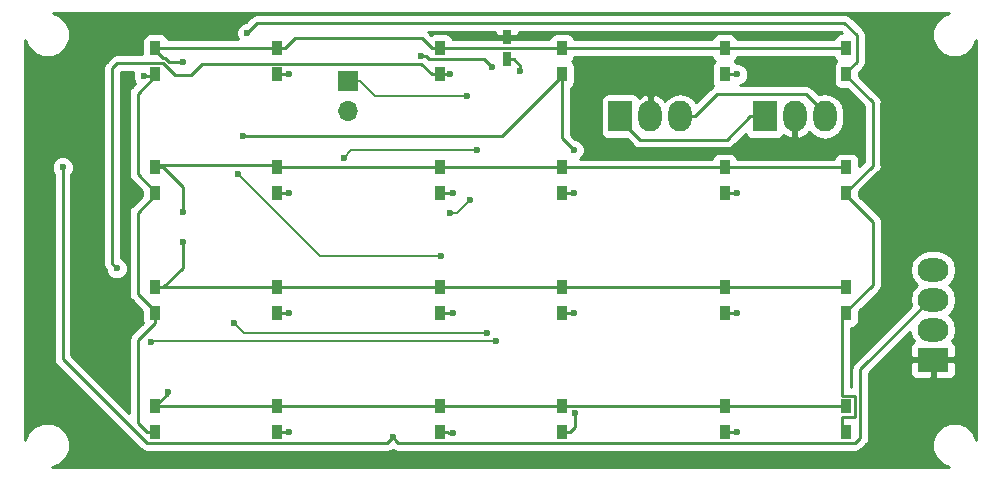
<source format=gbr>
G04 #@! TF.GenerationSoftware,KiCad,Pcbnew,(5.0.2)-1*
G04 #@! TF.CreationDate,2019-01-08T12:37:08+09:00*
G04 #@! TF.ProjectId,Caution Light Panel,43617574-696f-46e2-904c-696768742050,rev?*
G04 #@! TF.SameCoordinates,Original*
G04 #@! TF.FileFunction,Copper,L1,Top*
G04 #@! TF.FilePolarity,Positive*
%FSLAX46Y46*%
G04 Gerber Fmt 4.6, Leading zero omitted, Abs format (unit mm)*
G04 Created by KiCad (PCBNEW (5.0.2)-1) date 1/8/2019 12:37:08 PM*
%MOMM*%
%LPD*%
G01*
G04 APERTURE LIST*
G04 #@! TA.AperFunction,SMDPad,CuDef*
%ADD10R,0.750000X1.200000*%
G04 #@! TD*
G04 #@! TA.AperFunction,SMDPad,CuDef*
%ADD11R,0.900000X1.200000*%
G04 #@! TD*
G04 #@! TA.AperFunction,ComponentPad*
%ADD12R,2.600000X2.000000*%
G04 #@! TD*
G04 #@! TA.AperFunction,ComponentPad*
%ADD13O,2.600000X2.000000*%
G04 #@! TD*
G04 #@! TA.AperFunction,ComponentPad*
%ADD14R,2.000000X2.600000*%
G04 #@! TD*
G04 #@! TA.AperFunction,ComponentPad*
%ADD15O,2.000000X2.600000*%
G04 #@! TD*
G04 #@! TA.AperFunction,ComponentPad*
%ADD16R,1.700000X1.700000*%
G04 #@! TD*
G04 #@! TA.AperFunction,ComponentPad*
%ADD17O,1.700000X1.700000*%
G04 #@! TD*
G04 #@! TA.AperFunction,ViaPad*
%ADD18C,0.600000*%
G04 #@! TD*
G04 #@! TA.AperFunction,Conductor*
%ADD19C,0.228600*%
G04 #@! TD*
G04 #@! TA.AperFunction,Conductor*
%ADD20C,0.152400*%
G04 #@! TD*
G04 #@! TA.AperFunction,Conductor*
%ADD21C,0.762000*%
G04 #@! TD*
G04 #@! TA.AperFunction,Conductor*
%ADD22C,0.254000*%
G04 #@! TD*
G04 APERTURE END LIST*
D10*
G04 #@! TO.P,C1,1*
G04 #@! TO.N,+5V*
X148080000Y-74690000D03*
G04 #@! TO.P,C1,2*
G04 #@! TO.N,GND*
X148080000Y-72790000D03*
G04 #@! TD*
D11*
G04 #@! TO.P,D1,1*
G04 #@! TO.N,/Dig0*
X118334600Y-73730400D03*
G04 #@! TO.P,D1,2*
G04 #@! TO.N,/SegDP*
X118334600Y-75930400D03*
G04 #@! TD*
G04 #@! TO.P,D2,1*
G04 #@! TO.N,/Dig1*
X118334600Y-83830400D03*
G04 #@! TO.P,D2,2*
G04 #@! TO.N,/SegDP*
X118334600Y-86030400D03*
G04 #@! TD*
G04 #@! TO.P,D3,1*
G04 #@! TO.N,/Dig2*
X118334600Y-93940400D03*
G04 #@! TO.P,D3,2*
G04 #@! TO.N,/SegDP*
X118334600Y-96140400D03*
G04 #@! TD*
G04 #@! TO.P,D4,1*
G04 #@! TO.N,/Dig3*
X118334600Y-104050400D03*
G04 #@! TO.P,D4,2*
G04 #@! TO.N,/SegDP*
X118334600Y-106250400D03*
G04 #@! TD*
G04 #@! TO.P,D7,1*
G04 #@! TO.N,/Dig0*
X128644600Y-73730400D03*
G04 #@! TO.P,D7,2*
G04 #@! TO.N,/SegA*
X128644600Y-75930400D03*
G04 #@! TD*
G04 #@! TO.P,D8,1*
G04 #@! TO.N,/Dig1*
X128644600Y-83830400D03*
G04 #@! TO.P,D8,2*
G04 #@! TO.N,/SegA*
X128644600Y-86030400D03*
G04 #@! TD*
G04 #@! TO.P,D9,1*
G04 #@! TO.N,/Dig2*
X128644600Y-93940400D03*
G04 #@! TO.P,D9,2*
G04 #@! TO.N,/SegA*
X128644600Y-96140400D03*
G04 #@! TD*
G04 #@! TO.P,D10,1*
G04 #@! TO.N,/Dig3*
X128644600Y-104050400D03*
G04 #@! TO.P,D10,2*
G04 #@! TO.N,/SegA*
X128644600Y-106250400D03*
G04 #@! TD*
G04 #@! TO.P,D13,1*
G04 #@! TO.N,/Dig0*
X142444600Y-73730400D03*
G04 #@! TO.P,D13,2*
G04 #@! TO.N,/SegB*
X142444600Y-75930400D03*
G04 #@! TD*
G04 #@! TO.P,D14,1*
G04 #@! TO.N,/Dig1*
X142444600Y-83830400D03*
G04 #@! TO.P,D14,2*
G04 #@! TO.N,/SegB*
X142444600Y-86030400D03*
G04 #@! TD*
G04 #@! TO.P,D15,1*
G04 #@! TO.N,/Dig2*
X142444600Y-93940400D03*
G04 #@! TO.P,D15,2*
G04 #@! TO.N,/SegB*
X142444600Y-96140400D03*
G04 #@! TD*
G04 #@! TO.P,D16,1*
G04 #@! TO.N,/Dig3*
X142444600Y-104050400D03*
G04 #@! TO.P,D16,2*
G04 #@! TO.N,/SegB*
X142444600Y-106250400D03*
G04 #@! TD*
G04 #@! TO.P,D18,1*
G04 #@! TO.N,/Dig0*
X152754600Y-73730400D03*
G04 #@! TO.P,D18,2*
G04 #@! TO.N,/SegC*
X152754600Y-75930400D03*
G04 #@! TD*
G04 #@! TO.P,D19,1*
G04 #@! TO.N,/Dig1*
X152754600Y-83830400D03*
G04 #@! TO.P,D19,2*
G04 #@! TO.N,/SegC*
X152754600Y-86030400D03*
G04 #@! TD*
G04 #@! TO.P,D20,1*
G04 #@! TO.N,/Dig2*
X152754600Y-93940400D03*
G04 #@! TO.P,D20,2*
G04 #@! TO.N,/SegC*
X152754600Y-96140400D03*
G04 #@! TD*
G04 #@! TO.P,D21,1*
G04 #@! TO.N,/Dig3*
X152754600Y-104050400D03*
G04 #@! TO.P,D21,2*
G04 #@! TO.N,/SegC*
X152754600Y-106250400D03*
G04 #@! TD*
G04 #@! TO.P,D22,1*
G04 #@! TO.N,/Dig0*
X166544600Y-73730400D03*
G04 #@! TO.P,D22,2*
G04 #@! TO.N,/SegD*
X166544600Y-75930400D03*
G04 #@! TD*
G04 #@! TO.P,D23,1*
G04 #@! TO.N,/Dig1*
X166544600Y-83830400D03*
G04 #@! TO.P,D23,2*
G04 #@! TO.N,/SegD*
X166544600Y-86030400D03*
G04 #@! TD*
G04 #@! TO.P,D24,1*
G04 #@! TO.N,/Dig2*
X166544600Y-93940400D03*
G04 #@! TO.P,D24,2*
G04 #@! TO.N,/SegD*
X166544600Y-96140400D03*
G04 #@! TD*
G04 #@! TO.P,D25,1*
G04 #@! TO.N,/Dig3*
X166544600Y-104050400D03*
G04 #@! TO.P,D25,2*
G04 #@! TO.N,/SegD*
X166544600Y-106250400D03*
G04 #@! TD*
G04 #@! TO.P,D26,1*
G04 #@! TO.N,/Dig0*
X176854600Y-73730400D03*
G04 #@! TO.P,D26,2*
G04 #@! TO.N,/SegE*
X176854600Y-75930400D03*
G04 #@! TD*
G04 #@! TO.P,D27,1*
G04 #@! TO.N,/Dig1*
X176854600Y-83830400D03*
G04 #@! TO.P,D27,2*
G04 #@! TO.N,/SegE*
X176854600Y-86030400D03*
G04 #@! TD*
G04 #@! TO.P,D28,1*
G04 #@! TO.N,/Dig2*
X176854600Y-93940400D03*
G04 #@! TO.P,D28,2*
G04 #@! TO.N,/SegE*
X176854600Y-96140400D03*
G04 #@! TD*
G04 #@! TO.P,D29,1*
G04 #@! TO.N,/Dig3*
X176854600Y-104050400D03*
G04 #@! TO.P,D29,2*
G04 #@! TO.N,/SegE*
X176854600Y-106250400D03*
G04 #@! TD*
D12*
G04 #@! TO.P,J1,1*
G04 #@! TO.N,GND*
X184188100Y-100114100D03*
D13*
G04 #@! TO.P,J1,2*
G04 #@! TO.N,+3V3*
X184188100Y-97574100D03*
G04 #@! TO.P,J1,3*
G04 #@! TO.N,+5V*
X184188100Y-95034100D03*
G04 #@! TO.P,J1,4*
G04 #@! TO.N,+12V*
X184188100Y-92494100D03*
G04 #@! TD*
D14*
G04 #@! TO.P,J2,1*
G04 #@! TO.N,Net-(J2-Pad1)*
X157708600Y-79514700D03*
D15*
G04 #@! TO.P,J2,2*
G04 #@! TO.N,GND*
X160248600Y-79514700D03*
G04 #@! TO.P,J2,3*
G04 #@! TO.N,Net-(J2-Pad3)*
X162788600Y-79514700D03*
G04 #@! TD*
D14*
G04 #@! TO.P,J3,1*
G04 #@! TO.N,Net-(J2-Pad1)*
X169926000Y-79509620D03*
D15*
G04 #@! TO.P,J3,2*
G04 #@! TO.N,GND*
X172466000Y-79509620D03*
G04 #@! TO.P,J3,3*
G04 #@! TO.N,Net-(J2-Pad3)*
X175006000Y-79509620D03*
G04 #@! TD*
D16*
G04 #@! TO.P,J4,1*
G04 #@! TO.N,/RX_ENABLE*
X134645400Y-76471780D03*
D17*
G04 #@! TO.P,J4,2*
G04 #@! TO.N,/0(Rx)*
X134645400Y-79011780D03*
G04 #@! TD*
D18*
G04 #@! TO.N,+5V*
X149240000Y-75650000D03*
X138430000Y-106680000D03*
X140815181Y-74420789D03*
X146870000Y-75360000D03*
X110490000Y-83820000D03*
G04 #@! TO.N,GND*
X149210000Y-72790000D03*
G04 #@! TO.N,/Dig0*
X120650000Y-74930000D03*
G04 #@! TO.N,/SegDP*
X117348000Y-76073000D03*
G04 #@! TO.N,/Dig1*
X120650000Y-87630000D03*
G04 #@! TO.N,/Dig2*
X120650000Y-90170000D03*
G04 #@! TO.N,/Dig3*
X119380000Y-102870000D03*
G04 #@! TO.N,/SegA*
X129641600Y-106248200D03*
X129641600Y-96139000D03*
X129641600Y-86029800D03*
X129651400Y-75930400D03*
G04 #@! TO.N,/SegB*
X115060000Y-92380000D03*
X143305990Y-75930400D03*
X143510000Y-106273600D03*
X143510000Y-96139000D03*
X143509400Y-86030400D03*
G04 #@! TO.N,/SegC*
X153911300Y-104645460D03*
X125790960Y-81135220D03*
X153744421Y-82346614D03*
X153760040Y-96140400D03*
X153753820Y-86029800D03*
G04 #@! TO.N,/SegD*
X167604440Y-75953620D03*
X167619680Y-86006940D03*
X167622220Y-96133920D03*
X167622220Y-106243120D03*
G04 #@! TO.N,/SegE*
X126111000Y-72450960D03*
G04 #@! TO.N,/3(\002A\002A)*
X125350000Y-84410000D03*
X142560000Y-91340000D03*
G04 #@! TO.N,/6(\002A\002A)*
X125040000Y-97000000D03*
X146460000Y-97830000D03*
G04 #@! TO.N,/5(\002A\002A)*
X117950000Y-98610000D03*
X147190000Y-98550000D03*
G04 #@! TO.N,/RX_ENABLE*
X144749549Y-77754887D03*
G04 #@! TO.N,/1(Tx)*
X134270000Y-83050000D03*
X145550000Y-82380000D03*
G04 #@! TO.N,/2*
X143280000Y-87670000D03*
X144970000Y-86570000D03*
G04 #@! TD*
D19*
G04 #@! TO.N,+5V*
X149240000Y-75246400D02*
X149240000Y-75650000D01*
X148080000Y-74690000D02*
X148683600Y-74690000D01*
X148683600Y-74690000D02*
X149240000Y-75246400D01*
X110490000Y-100027302D02*
X117630599Y-107167901D01*
X110490000Y-83820000D02*
X110490000Y-100027302D01*
X117630599Y-107167901D02*
X137942099Y-107167901D01*
X138729999Y-106979999D02*
X138430000Y-106680000D01*
X137942099Y-107167901D02*
X138430000Y-106680000D01*
X138917901Y-107167901D02*
X138729999Y-106979999D01*
X177558601Y-107167901D02*
X138917901Y-107167901D01*
X178028511Y-106697991D02*
X177558601Y-107167901D01*
X178028511Y-100893689D02*
X178028511Y-106697991D01*
X183888100Y-95034100D02*
X178028511Y-100893689D01*
X184188100Y-95034100D02*
X183888100Y-95034100D01*
X141239445Y-74420789D02*
X140815181Y-74420789D01*
X141471146Y-74652490D02*
X141239445Y-74420789D01*
X146870000Y-75360000D02*
X146162490Y-74652490D01*
X146162490Y-74652490D02*
X141471146Y-74652490D01*
G04 #@! TO.N,GND*
X149210000Y-72790000D02*
X148080000Y-72790000D01*
G04 #@! TO.N,/Dig0*
X118334600Y-73880400D02*
X118334600Y-73730400D01*
X119013200Y-74559000D02*
X118334600Y-73880400D01*
X119163200Y-74559000D02*
X119013200Y-74559000D01*
X119534200Y-74930000D02*
X119163200Y-74559000D01*
X120650000Y-74930000D02*
X119534200Y-74930000D01*
X140937400Y-72901800D02*
X141766000Y-73730400D01*
X130151800Y-72901800D02*
X140937400Y-72901800D01*
X141766000Y-73730400D02*
X142444600Y-73730400D01*
X129323200Y-73730400D02*
X130151800Y-72901800D01*
X128644600Y-73730400D02*
X129323200Y-73730400D01*
X166544600Y-73730400D02*
X176854600Y-73730400D01*
X152754600Y-73730400D02*
X166544600Y-73730400D01*
X142444600Y-73730400D02*
X152754600Y-73730400D01*
X118334600Y-73730400D02*
X128644600Y-73730400D01*
G04 #@! TO.N,/SegDP*
X117348000Y-76073000D02*
X118192000Y-76073000D01*
X118192000Y-76073000D02*
X118334600Y-75930400D01*
X118334600Y-75930400D02*
X118334600Y-76080400D01*
X118334600Y-76080400D02*
X116843234Y-77571766D01*
X116843234Y-77571766D02*
X116843234Y-84389034D01*
X116843234Y-84389034D02*
X118334600Y-85880400D01*
X118334600Y-85880400D02*
X118334600Y-86030400D01*
X118334600Y-86030400D02*
X118334600Y-86180400D01*
X116852671Y-94508471D02*
X118334600Y-95990400D01*
X118334600Y-86180400D02*
X116852671Y-87662329D01*
X116852671Y-87662329D02*
X116852671Y-94508471D01*
X118334600Y-95990400D02*
X118334600Y-96140400D01*
X118334600Y-96140400D02*
X118334600Y-96969000D01*
X118334600Y-96969000D02*
X116859021Y-98444579D01*
X116859021Y-98444579D02*
X116859021Y-105453421D01*
X116859021Y-105453421D02*
X117656000Y-106250400D01*
X117656000Y-106250400D02*
X118334600Y-106250400D01*
G04 #@! TO.N,/Dig1*
X120650000Y-87630000D02*
X120650000Y-85467200D01*
X120650000Y-85467200D02*
X119013200Y-83830400D01*
X119013200Y-83830400D02*
X118334600Y-83830400D01*
X118334600Y-83830400D02*
X118501106Y-83663894D01*
X118501106Y-83663894D02*
X128478094Y-83663894D01*
X128478094Y-83663894D02*
X128644600Y-83830400D01*
X166544600Y-83830400D02*
X176854600Y-83830400D01*
X152754600Y-83830400D02*
X166544600Y-83830400D01*
X142444600Y-83830400D02*
X152754600Y-83830400D01*
X142229600Y-83830400D02*
X142444600Y-83830400D01*
X128644600Y-83830400D02*
X142229600Y-83830400D01*
G04 #@! TO.N,/Dig2*
X120650000Y-90170000D02*
X120650000Y-92303600D01*
X120650000Y-92303600D02*
X119013200Y-93940400D01*
X119013200Y-93940400D02*
X118334600Y-93940400D01*
X128644600Y-93940400D02*
X118334600Y-93940400D01*
X142444600Y-93940400D02*
X128644600Y-93940400D01*
X152754600Y-93940400D02*
X142444600Y-93940400D01*
X166544600Y-93940400D02*
X152754600Y-93940400D01*
X176854600Y-93940400D02*
X166544600Y-93940400D01*
G04 #@! TO.N,/Dig3*
X128644600Y-104050400D02*
X141766000Y-104050400D01*
X141766000Y-104050400D02*
X142444600Y-104050400D01*
X119380000Y-102870000D02*
X119380000Y-103005000D01*
X119380000Y-103005000D02*
X118334600Y-104050400D01*
X166544600Y-104050400D02*
X176854600Y-104050400D01*
X152754600Y-104050400D02*
X166544600Y-104050400D01*
X142444600Y-104050400D02*
X152754600Y-104050400D01*
X118334600Y-104050400D02*
X128644600Y-104050400D01*
G04 #@! TO.N,/SegA*
X128644600Y-106250400D02*
X129639400Y-106250400D01*
X129639400Y-106250400D02*
X129641600Y-106248200D01*
X128644600Y-96140400D02*
X129640200Y-96140400D01*
X129640200Y-96140400D02*
X129641600Y-96139000D01*
X129323200Y-86030400D02*
X129641000Y-86030400D01*
X129641000Y-86030400D02*
X129641600Y-86029800D01*
X128644600Y-86030400D02*
X129323200Y-86030400D01*
X129323200Y-86030400D02*
X129323800Y-86029800D01*
X128644600Y-75930400D02*
X129651400Y-75930400D01*
G04 #@! TO.N,/SegB*
X115060000Y-92380000D02*
X114688671Y-92008671D01*
X114688671Y-92008671D02*
X114688671Y-75447927D01*
X122311701Y-75038299D02*
X140873899Y-75038299D01*
X114688671Y-75447927D02*
X115119910Y-75016688D01*
X115119910Y-75016688D02*
X118996670Y-75016688D01*
X121330000Y-76020000D02*
X122311701Y-75038299D01*
X118996670Y-75016688D02*
X119999982Y-76020000D01*
X141766000Y-75930400D02*
X142444600Y-75930400D01*
X119999982Y-76020000D02*
X121330000Y-76020000D01*
X140873899Y-75038299D02*
X141766000Y-75930400D01*
X142444600Y-75930400D02*
X143305990Y-75930400D01*
X143146400Y-106273600D02*
X143510000Y-106273600D01*
X142444600Y-106250400D02*
X143123200Y-106250400D01*
X143123200Y-106250400D02*
X143146400Y-106273600D01*
X143123200Y-96140400D02*
X143508600Y-96140400D01*
X143508600Y-96140400D02*
X143510000Y-96139000D01*
X142444600Y-96140400D02*
X143123200Y-96140400D01*
X142444600Y-86030400D02*
X143509400Y-86030400D01*
G04 #@! TO.N,/SegC*
X153911300Y-105772300D02*
X153911300Y-104645460D01*
X152754600Y-106250400D02*
X153433200Y-106250400D01*
X153433200Y-106250400D02*
X153911300Y-105772300D01*
X125790960Y-81135220D02*
X147699780Y-81135220D01*
X147699780Y-81135220D02*
X152754600Y-76080400D01*
X152754600Y-76080400D02*
X152754600Y-75930400D01*
X152754600Y-81356793D02*
X153444422Y-82046615D01*
X153444422Y-82046615D02*
X153744421Y-82346614D01*
X152754600Y-75930400D02*
X152754600Y-81356793D01*
X152754600Y-96140400D02*
X153760040Y-96140400D01*
X152754600Y-86030400D02*
X153753220Y-86030400D01*
X153753220Y-86030400D02*
X153753820Y-86029800D01*
G04 #@! TO.N,/SegD*
X166544600Y-75930400D02*
X167581220Y-75930400D01*
X167581220Y-75930400D02*
X167604440Y-75953620D01*
X166544600Y-86030400D02*
X167596220Y-86030400D01*
X167596220Y-86030400D02*
X167619680Y-86006940D01*
X166544600Y-96140400D02*
X167615740Y-96140400D01*
X167615740Y-96140400D02*
X167622220Y-96133920D01*
X166544600Y-106250400D02*
X167614940Y-106250400D01*
X167614940Y-106250400D02*
X167622220Y-106243120D01*
G04 #@! TO.N,/SegE*
X177596701Y-103216719D02*
X177538281Y-103158299D01*
X177538281Y-103158299D02*
X176488189Y-103158299D01*
X177596701Y-104884081D02*
X177596701Y-103216719D01*
X176488189Y-104942501D02*
X177538281Y-104942501D01*
X176488189Y-96506811D02*
X176854600Y-96140400D01*
X177538281Y-104942501D02*
X177596701Y-104884081D01*
X176488189Y-105883989D02*
X176488189Y-104942501D01*
X176488189Y-103158299D02*
X176488189Y-96506811D01*
X176854600Y-106250400D02*
X176488189Y-105883989D01*
X126111000Y-72450960D02*
X126964291Y-71597669D01*
X126964291Y-71597669D02*
X176687184Y-71597669D01*
X176687184Y-71597669D02*
X177737947Y-72648432D01*
X177737947Y-72648432D02*
X177737947Y-74897053D01*
X177737947Y-74897053D02*
X176854600Y-75780400D01*
X176854600Y-75780400D02*
X176854600Y-75930400D01*
X176854600Y-86030400D02*
X176854600Y-85880400D01*
X176854600Y-85880400D02*
X179065594Y-83669406D01*
X179065594Y-83669406D02*
X179065594Y-78291394D01*
X179065594Y-78291394D02*
X176854600Y-76080400D01*
X176854600Y-76080400D02*
X176854600Y-75930400D01*
X176854600Y-96140400D02*
X176854600Y-95990400D01*
X176854600Y-95990400D02*
X179091948Y-93753052D01*
X179091948Y-93753052D02*
X179091948Y-88417748D01*
X179091948Y-88417748D02*
X176854600Y-86180400D01*
X176854600Y-86180400D02*
X176854600Y-86030400D01*
D20*
G04 #@! TO.N,/3(\002A\002A)*
X125350000Y-84410000D02*
X132280000Y-91340000D01*
X132280000Y-91340000D02*
X142560000Y-91340000D01*
G04 #@! TO.N,/6(\002A\002A)*
X125870000Y-97830000D02*
X125040000Y-97000000D01*
X146460000Y-97830000D02*
X125870000Y-97830000D01*
G04 #@! TO.N,/5(\002A\002A)*
X118010000Y-98550000D02*
X117950000Y-98610000D01*
X147190000Y-98550000D02*
X118010000Y-98550000D01*
D21*
G04 #@! TO.N,+12V*
X184188100Y-92494100D02*
X183888100Y-92494100D01*
D19*
G04 #@! TO.N,Net-(J2-Pad1)*
X157708600Y-79514700D02*
X157708600Y-79814700D01*
X157708600Y-79814700D02*
X159362873Y-81468973D01*
X166738047Y-81468973D02*
X168697400Y-79509620D01*
X159362873Y-81468973D02*
X166738047Y-81468973D01*
X168697400Y-79509620D02*
X169926000Y-79509620D01*
G04 #@! TO.N,Net-(J2-Pad3)*
X162788600Y-79514700D02*
X164017200Y-79514700D01*
X164017200Y-79514700D02*
X165924833Y-77607067D01*
X165924833Y-77607067D02*
X173403447Y-77607067D01*
X173403447Y-77607067D02*
X175006000Y-79209620D01*
X175006000Y-79209620D02*
X175006000Y-79509620D01*
D20*
G04 #@! TO.N,/RX_ENABLE*
X144325285Y-77754887D02*
X144749549Y-77754887D01*
X136930907Y-77754887D02*
X144325285Y-77754887D01*
X135647800Y-76471780D02*
X136930907Y-77754887D01*
X134645400Y-76471780D02*
X135647800Y-76471780D01*
G04 #@! TO.N,/1(Tx)*
X134940000Y-82380000D02*
X134270000Y-83050000D01*
X145550000Y-82380000D02*
X134940000Y-82380000D01*
G04 #@! TO.N,/2*
X144970000Y-86570000D02*
X143870000Y-87670000D01*
X143870000Y-87670000D02*
X143280000Y-87670000D01*
G04 #@! TD*
D22*
G04 #@! TO.N,GND*
G36*
X184926833Y-71002374D02*
X184396574Y-71532633D01*
X184109600Y-72225450D01*
X184109600Y-72975350D01*
X184396574Y-73668167D01*
X184926833Y-74198426D01*
X185619650Y-74485400D01*
X186369550Y-74485400D01*
X187062367Y-74198426D01*
X187592626Y-73668167D01*
X187839601Y-73071916D01*
X187839600Y-106868882D01*
X187592626Y-106272633D01*
X187062367Y-105742374D01*
X186369550Y-105455400D01*
X185619650Y-105455400D01*
X184926833Y-105742374D01*
X184396574Y-106272633D01*
X184109600Y-106965450D01*
X184109600Y-107715350D01*
X184396574Y-108408167D01*
X184926833Y-108938426D01*
X185557363Y-109199600D01*
X109631837Y-109199600D01*
X110262367Y-108938426D01*
X110792626Y-108408167D01*
X111079600Y-107715350D01*
X111079600Y-106965450D01*
X110792626Y-106272633D01*
X110262367Y-105742374D01*
X109569550Y-105455400D01*
X108819650Y-105455400D01*
X108126833Y-105742374D01*
X107596574Y-106272633D01*
X107333600Y-106907509D01*
X107333600Y-83634017D01*
X109555000Y-83634017D01*
X109555000Y-84005983D01*
X109697345Y-84349635D01*
X109740700Y-84392990D01*
X109740701Y-99953501D01*
X109726021Y-100027302D01*
X109784176Y-100319664D01*
X109949786Y-100567517D01*
X110012350Y-100609321D01*
X117048580Y-107645552D01*
X117090384Y-107708116D01*
X117338237Y-107873726D01*
X117556802Y-107917201D01*
X117556803Y-107917201D01*
X117630599Y-107931880D01*
X117704395Y-107917201D01*
X137868303Y-107917201D01*
X137942099Y-107931880D01*
X138015895Y-107917201D01*
X138015896Y-107917201D01*
X138234461Y-107873726D01*
X138430000Y-107743071D01*
X138625538Y-107873725D01*
X138625539Y-107873726D01*
X138917901Y-107931880D01*
X138991698Y-107917201D01*
X177484805Y-107917201D01*
X177558601Y-107931880D01*
X177632397Y-107917201D01*
X177632398Y-107917201D01*
X177850963Y-107873726D01*
X178098816Y-107708116D01*
X178140622Y-107645549D01*
X178506159Y-107280012D01*
X178568726Y-107238206D01*
X178734336Y-106990353D01*
X178777811Y-106771788D01*
X178792490Y-106697992D01*
X178777811Y-106624196D01*
X178777811Y-101204058D01*
X179582019Y-100399850D01*
X182253100Y-100399850D01*
X182253100Y-101240409D01*
X182349773Y-101473798D01*
X182528401Y-101652427D01*
X182761790Y-101749100D01*
X183902350Y-101749100D01*
X184061100Y-101590350D01*
X184061100Y-100241100D01*
X184315100Y-100241100D01*
X184315100Y-101590350D01*
X184473850Y-101749100D01*
X185614410Y-101749100D01*
X185847799Y-101652427D01*
X186026427Y-101473798D01*
X186123100Y-101240409D01*
X186123100Y-100399850D01*
X185964350Y-100241100D01*
X184315100Y-100241100D01*
X184061100Y-100241100D01*
X182411850Y-100241100D01*
X182253100Y-100399850D01*
X179582019Y-100399850D01*
X182252045Y-97729825D01*
X182347964Y-98212045D01*
X182577430Y-98555465D01*
X182528401Y-98575773D01*
X182349773Y-98754402D01*
X182253100Y-98987791D01*
X182253100Y-99828350D01*
X182411850Y-99987100D01*
X184061100Y-99987100D01*
X184061100Y-99967100D01*
X184315100Y-99967100D01*
X184315100Y-99987100D01*
X185964350Y-99987100D01*
X186123100Y-99828350D01*
X186123100Y-98987791D01*
X186026427Y-98754402D01*
X185847799Y-98575773D01*
X185798770Y-98555465D01*
X186028236Y-98212045D01*
X186155131Y-97574100D01*
X186028236Y-96936155D01*
X185666869Y-96395331D01*
X185530332Y-96304100D01*
X185666869Y-96212869D01*
X186028236Y-95672045D01*
X186155131Y-95034100D01*
X186028236Y-94396155D01*
X185666869Y-93855331D01*
X185530332Y-93764100D01*
X185666869Y-93672869D01*
X186028236Y-93132045D01*
X186155131Y-92494100D01*
X186028236Y-91856155D01*
X185666869Y-91315331D01*
X185126045Y-90953964D01*
X184649131Y-90859100D01*
X183727069Y-90859100D01*
X183250155Y-90953964D01*
X182709331Y-91315331D01*
X182347964Y-91856155D01*
X182221069Y-92494100D01*
X182347964Y-93132045D01*
X182709331Y-93672869D01*
X182845868Y-93764100D01*
X182709331Y-93855331D01*
X182347964Y-94396155D01*
X182221069Y-95034100D01*
X182321837Y-95540694D01*
X177550863Y-100311668D01*
X177488296Y-100353474D01*
X177322686Y-100601328D01*
X177296470Y-100733127D01*
X177264532Y-100893689D01*
X177279211Y-100967485D01*
X177279211Y-102408999D01*
X177237489Y-102408999D01*
X177237489Y-97387840D01*
X177304600Y-97387840D01*
X177552365Y-97338557D01*
X177762409Y-97198209D01*
X177902757Y-96988165D01*
X177952040Y-96740400D01*
X177952040Y-95952629D01*
X179569600Y-94335070D01*
X179632163Y-94293267D01*
X179797773Y-94045414D01*
X179841248Y-93826849D01*
X179841248Y-93826848D01*
X179855927Y-93753052D01*
X179841248Y-93679256D01*
X179841248Y-88491544D01*
X179855927Y-88417748D01*
X179840449Y-88339935D01*
X179797773Y-88125386D01*
X179632163Y-87877533D01*
X179569599Y-87835729D01*
X177952040Y-86218171D01*
X177952040Y-85842629D01*
X179543246Y-84251424D01*
X179605809Y-84209621D01*
X179704702Y-84061618D01*
X179771419Y-83961769D01*
X179829573Y-83669406D01*
X179814894Y-83595609D01*
X179814894Y-78365191D01*
X179829573Y-78291394D01*
X179771419Y-77999031D01*
X179681279Y-77864128D01*
X179605809Y-77751179D01*
X179543245Y-77709375D01*
X177952040Y-76118171D01*
X177952040Y-75742630D01*
X178215598Y-75479072D01*
X178278162Y-75437268D01*
X178443772Y-75189415D01*
X178487247Y-74970850D01*
X178501926Y-74897054D01*
X178487247Y-74823258D01*
X178487247Y-72722227D01*
X178501926Y-72648431D01*
X178478815Y-72532243D01*
X178443772Y-72356070D01*
X178278162Y-72108217D01*
X178215599Y-72066414D01*
X177269205Y-71120020D01*
X177227399Y-71057454D01*
X176979546Y-70891844D01*
X176760981Y-70848369D01*
X176760980Y-70848369D01*
X176687184Y-70833690D01*
X176613388Y-70848369D01*
X127038088Y-70848369D01*
X126964291Y-70833690D01*
X126671928Y-70891844D01*
X126572079Y-70958561D01*
X126424076Y-71057454D01*
X126382272Y-71120018D01*
X125986331Y-71515960D01*
X125925017Y-71515960D01*
X125581365Y-71658305D01*
X125318345Y-71921325D01*
X125176000Y-72264977D01*
X125176000Y-72636943D01*
X125318345Y-72980595D01*
X125318850Y-72981100D01*
X119402343Y-72981100D01*
X119382757Y-72882635D01*
X119242409Y-72672591D01*
X119032365Y-72532243D01*
X118784600Y-72482960D01*
X117884600Y-72482960D01*
X117636835Y-72532243D01*
X117426791Y-72672591D01*
X117286443Y-72882635D01*
X117237160Y-73130400D01*
X117237160Y-74267388D01*
X115193705Y-74267388D01*
X115119909Y-74252709D01*
X115046113Y-74267388D01*
X114827548Y-74310863D01*
X114579695Y-74476473D01*
X114537889Y-74539040D01*
X114211021Y-74865908D01*
X114148457Y-74907712D01*
X114089866Y-74995400D01*
X113982847Y-75155565D01*
X113924692Y-75447927D01*
X113939372Y-75521728D01*
X113939371Y-91934875D01*
X113924692Y-92008671D01*
X113939371Y-92082467D01*
X113982846Y-92301032D01*
X114125000Y-92513781D01*
X114125000Y-92565983D01*
X114267345Y-92909635D01*
X114530365Y-93172655D01*
X114874017Y-93315000D01*
X115245983Y-93315000D01*
X115589635Y-93172655D01*
X115852655Y-92909635D01*
X115995000Y-92565983D01*
X115995000Y-92194017D01*
X115852655Y-91850365D01*
X115589635Y-91587345D01*
X115437971Y-91524524D01*
X115437971Y-75765988D01*
X116463132Y-75765988D01*
X116413000Y-75887017D01*
X116413000Y-76258983D01*
X116555345Y-76602635D01*
X116654020Y-76701310D01*
X116365586Y-76989745D01*
X116303019Y-77031551D01*
X116137409Y-77279405D01*
X116093934Y-77497969D01*
X116079255Y-77571766D01*
X116093934Y-77645562D01*
X116093935Y-84315234D01*
X116079255Y-84389034D01*
X116136767Y-84678165D01*
X116137410Y-84681396D01*
X116303020Y-84929249D01*
X116365584Y-84971053D01*
X117237160Y-85842630D01*
X117237160Y-86218170D01*
X116375023Y-87080308D01*
X116312456Y-87122114D01*
X116146846Y-87369968D01*
X116119987Y-87505000D01*
X116088692Y-87662329D01*
X116103371Y-87736125D01*
X116103372Y-94434671D01*
X116088692Y-94508471D01*
X116124741Y-94689700D01*
X116146847Y-94800833D01*
X116312457Y-95048686D01*
X116375021Y-95090490D01*
X117237160Y-95952630D01*
X117237160Y-96740400D01*
X117281353Y-96962577D01*
X116381373Y-97862558D01*
X116318806Y-97904364D01*
X116153196Y-98152218D01*
X116111067Y-98364017D01*
X116095042Y-98444579D01*
X116109721Y-98518375D01*
X116109722Y-104587354D01*
X111239300Y-99716933D01*
X111239300Y-84392990D01*
X111282655Y-84349635D01*
X111425000Y-84005983D01*
X111425000Y-83634017D01*
X111282655Y-83290365D01*
X111019635Y-83027345D01*
X110675983Y-82885000D01*
X110304017Y-82885000D01*
X109960365Y-83027345D01*
X109697345Y-83290365D01*
X109555000Y-83634017D01*
X107333600Y-83634017D01*
X107333600Y-73033291D01*
X107596574Y-73668167D01*
X108126833Y-74198426D01*
X108819650Y-74485400D01*
X109569550Y-74485400D01*
X110262367Y-74198426D01*
X110792626Y-73668167D01*
X111079600Y-72975350D01*
X111079600Y-72225450D01*
X110792626Y-71532633D01*
X110262367Y-71002374D01*
X109661773Y-70753600D01*
X185527427Y-70753600D01*
X184926833Y-71002374D01*
X184926833Y-71002374D01*
G37*
X184926833Y-71002374D02*
X184396574Y-71532633D01*
X184109600Y-72225450D01*
X184109600Y-72975350D01*
X184396574Y-73668167D01*
X184926833Y-74198426D01*
X185619650Y-74485400D01*
X186369550Y-74485400D01*
X187062367Y-74198426D01*
X187592626Y-73668167D01*
X187839601Y-73071916D01*
X187839600Y-106868882D01*
X187592626Y-106272633D01*
X187062367Y-105742374D01*
X186369550Y-105455400D01*
X185619650Y-105455400D01*
X184926833Y-105742374D01*
X184396574Y-106272633D01*
X184109600Y-106965450D01*
X184109600Y-107715350D01*
X184396574Y-108408167D01*
X184926833Y-108938426D01*
X185557363Y-109199600D01*
X109631837Y-109199600D01*
X110262367Y-108938426D01*
X110792626Y-108408167D01*
X111079600Y-107715350D01*
X111079600Y-106965450D01*
X110792626Y-106272633D01*
X110262367Y-105742374D01*
X109569550Y-105455400D01*
X108819650Y-105455400D01*
X108126833Y-105742374D01*
X107596574Y-106272633D01*
X107333600Y-106907509D01*
X107333600Y-83634017D01*
X109555000Y-83634017D01*
X109555000Y-84005983D01*
X109697345Y-84349635D01*
X109740700Y-84392990D01*
X109740701Y-99953501D01*
X109726021Y-100027302D01*
X109784176Y-100319664D01*
X109949786Y-100567517D01*
X110012350Y-100609321D01*
X117048580Y-107645552D01*
X117090384Y-107708116D01*
X117338237Y-107873726D01*
X117556802Y-107917201D01*
X117556803Y-107917201D01*
X117630599Y-107931880D01*
X117704395Y-107917201D01*
X137868303Y-107917201D01*
X137942099Y-107931880D01*
X138015895Y-107917201D01*
X138015896Y-107917201D01*
X138234461Y-107873726D01*
X138430000Y-107743071D01*
X138625538Y-107873725D01*
X138625539Y-107873726D01*
X138917901Y-107931880D01*
X138991698Y-107917201D01*
X177484805Y-107917201D01*
X177558601Y-107931880D01*
X177632397Y-107917201D01*
X177632398Y-107917201D01*
X177850963Y-107873726D01*
X178098816Y-107708116D01*
X178140622Y-107645549D01*
X178506159Y-107280012D01*
X178568726Y-107238206D01*
X178734336Y-106990353D01*
X178777811Y-106771788D01*
X178792490Y-106697992D01*
X178777811Y-106624196D01*
X178777811Y-101204058D01*
X179582019Y-100399850D01*
X182253100Y-100399850D01*
X182253100Y-101240409D01*
X182349773Y-101473798D01*
X182528401Y-101652427D01*
X182761790Y-101749100D01*
X183902350Y-101749100D01*
X184061100Y-101590350D01*
X184061100Y-100241100D01*
X184315100Y-100241100D01*
X184315100Y-101590350D01*
X184473850Y-101749100D01*
X185614410Y-101749100D01*
X185847799Y-101652427D01*
X186026427Y-101473798D01*
X186123100Y-101240409D01*
X186123100Y-100399850D01*
X185964350Y-100241100D01*
X184315100Y-100241100D01*
X184061100Y-100241100D01*
X182411850Y-100241100D01*
X182253100Y-100399850D01*
X179582019Y-100399850D01*
X182252045Y-97729825D01*
X182347964Y-98212045D01*
X182577430Y-98555465D01*
X182528401Y-98575773D01*
X182349773Y-98754402D01*
X182253100Y-98987791D01*
X182253100Y-99828350D01*
X182411850Y-99987100D01*
X184061100Y-99987100D01*
X184061100Y-99967100D01*
X184315100Y-99967100D01*
X184315100Y-99987100D01*
X185964350Y-99987100D01*
X186123100Y-99828350D01*
X186123100Y-98987791D01*
X186026427Y-98754402D01*
X185847799Y-98575773D01*
X185798770Y-98555465D01*
X186028236Y-98212045D01*
X186155131Y-97574100D01*
X186028236Y-96936155D01*
X185666869Y-96395331D01*
X185530332Y-96304100D01*
X185666869Y-96212869D01*
X186028236Y-95672045D01*
X186155131Y-95034100D01*
X186028236Y-94396155D01*
X185666869Y-93855331D01*
X185530332Y-93764100D01*
X185666869Y-93672869D01*
X186028236Y-93132045D01*
X186155131Y-92494100D01*
X186028236Y-91856155D01*
X185666869Y-91315331D01*
X185126045Y-90953964D01*
X184649131Y-90859100D01*
X183727069Y-90859100D01*
X183250155Y-90953964D01*
X182709331Y-91315331D01*
X182347964Y-91856155D01*
X182221069Y-92494100D01*
X182347964Y-93132045D01*
X182709331Y-93672869D01*
X182845868Y-93764100D01*
X182709331Y-93855331D01*
X182347964Y-94396155D01*
X182221069Y-95034100D01*
X182321837Y-95540694D01*
X177550863Y-100311668D01*
X177488296Y-100353474D01*
X177322686Y-100601328D01*
X177296470Y-100733127D01*
X177264532Y-100893689D01*
X177279211Y-100967485D01*
X177279211Y-102408999D01*
X177237489Y-102408999D01*
X177237489Y-97387840D01*
X177304600Y-97387840D01*
X177552365Y-97338557D01*
X177762409Y-97198209D01*
X177902757Y-96988165D01*
X177952040Y-96740400D01*
X177952040Y-95952629D01*
X179569600Y-94335070D01*
X179632163Y-94293267D01*
X179797773Y-94045414D01*
X179841248Y-93826849D01*
X179841248Y-93826848D01*
X179855927Y-93753052D01*
X179841248Y-93679256D01*
X179841248Y-88491544D01*
X179855927Y-88417748D01*
X179840449Y-88339935D01*
X179797773Y-88125386D01*
X179632163Y-87877533D01*
X179569599Y-87835729D01*
X177952040Y-86218171D01*
X177952040Y-85842629D01*
X179543246Y-84251424D01*
X179605809Y-84209621D01*
X179704702Y-84061618D01*
X179771419Y-83961769D01*
X179829573Y-83669406D01*
X179814894Y-83595609D01*
X179814894Y-78365191D01*
X179829573Y-78291394D01*
X179771419Y-77999031D01*
X179681279Y-77864128D01*
X179605809Y-77751179D01*
X179543245Y-77709375D01*
X177952040Y-76118171D01*
X177952040Y-75742630D01*
X178215598Y-75479072D01*
X178278162Y-75437268D01*
X178443772Y-75189415D01*
X178487247Y-74970850D01*
X178501926Y-74897054D01*
X178487247Y-74823258D01*
X178487247Y-72722227D01*
X178501926Y-72648431D01*
X178478815Y-72532243D01*
X178443772Y-72356070D01*
X178278162Y-72108217D01*
X178215599Y-72066414D01*
X177269205Y-71120020D01*
X177227399Y-71057454D01*
X176979546Y-70891844D01*
X176760981Y-70848369D01*
X176760980Y-70848369D01*
X176687184Y-70833690D01*
X176613388Y-70848369D01*
X127038088Y-70848369D01*
X126964291Y-70833690D01*
X126671928Y-70891844D01*
X126572079Y-70958561D01*
X126424076Y-71057454D01*
X126382272Y-71120018D01*
X125986331Y-71515960D01*
X125925017Y-71515960D01*
X125581365Y-71658305D01*
X125318345Y-71921325D01*
X125176000Y-72264977D01*
X125176000Y-72636943D01*
X125318345Y-72980595D01*
X125318850Y-72981100D01*
X119402343Y-72981100D01*
X119382757Y-72882635D01*
X119242409Y-72672591D01*
X119032365Y-72532243D01*
X118784600Y-72482960D01*
X117884600Y-72482960D01*
X117636835Y-72532243D01*
X117426791Y-72672591D01*
X117286443Y-72882635D01*
X117237160Y-73130400D01*
X117237160Y-74267388D01*
X115193705Y-74267388D01*
X115119909Y-74252709D01*
X115046113Y-74267388D01*
X114827548Y-74310863D01*
X114579695Y-74476473D01*
X114537889Y-74539040D01*
X114211021Y-74865908D01*
X114148457Y-74907712D01*
X114089866Y-74995400D01*
X113982847Y-75155565D01*
X113924692Y-75447927D01*
X113939372Y-75521728D01*
X113939371Y-91934875D01*
X113924692Y-92008671D01*
X113939371Y-92082467D01*
X113982846Y-92301032D01*
X114125000Y-92513781D01*
X114125000Y-92565983D01*
X114267345Y-92909635D01*
X114530365Y-93172655D01*
X114874017Y-93315000D01*
X115245983Y-93315000D01*
X115589635Y-93172655D01*
X115852655Y-92909635D01*
X115995000Y-92565983D01*
X115995000Y-92194017D01*
X115852655Y-91850365D01*
X115589635Y-91587345D01*
X115437971Y-91524524D01*
X115437971Y-75765988D01*
X116463132Y-75765988D01*
X116413000Y-75887017D01*
X116413000Y-76258983D01*
X116555345Y-76602635D01*
X116654020Y-76701310D01*
X116365586Y-76989745D01*
X116303019Y-77031551D01*
X116137409Y-77279405D01*
X116093934Y-77497969D01*
X116079255Y-77571766D01*
X116093934Y-77645562D01*
X116093935Y-84315234D01*
X116079255Y-84389034D01*
X116136767Y-84678165D01*
X116137410Y-84681396D01*
X116303020Y-84929249D01*
X116365584Y-84971053D01*
X117237160Y-85842630D01*
X117237160Y-86218170D01*
X116375023Y-87080308D01*
X116312456Y-87122114D01*
X116146846Y-87369968D01*
X116119987Y-87505000D01*
X116088692Y-87662329D01*
X116103371Y-87736125D01*
X116103372Y-94434671D01*
X116088692Y-94508471D01*
X116124741Y-94689700D01*
X116146847Y-94800833D01*
X116312457Y-95048686D01*
X116375021Y-95090490D01*
X117237160Y-95952630D01*
X117237160Y-96740400D01*
X117281353Y-96962577D01*
X116381373Y-97862558D01*
X116318806Y-97904364D01*
X116153196Y-98152218D01*
X116111067Y-98364017D01*
X116095042Y-98444579D01*
X116109721Y-98518375D01*
X116109722Y-104587354D01*
X111239300Y-99716933D01*
X111239300Y-84392990D01*
X111282655Y-84349635D01*
X111425000Y-84005983D01*
X111425000Y-83634017D01*
X111282655Y-83290365D01*
X111019635Y-83027345D01*
X110675983Y-82885000D01*
X110304017Y-82885000D01*
X109960365Y-83027345D01*
X109697345Y-83290365D01*
X109555000Y-83634017D01*
X107333600Y-83634017D01*
X107333600Y-73033291D01*
X107596574Y-73668167D01*
X108126833Y-74198426D01*
X108819650Y-74485400D01*
X109569550Y-74485400D01*
X110262367Y-74198426D01*
X110792626Y-73668167D01*
X111079600Y-72975350D01*
X111079600Y-72225450D01*
X110792626Y-71532633D01*
X110262367Y-71002374D01*
X109661773Y-70753600D01*
X185527427Y-70753600D01*
X184926833Y-71002374D01*
G36*
X165496443Y-74578165D02*
X165636791Y-74788209D01*
X165699934Y-74830400D01*
X165636791Y-74872591D01*
X165496443Y-75082635D01*
X165447160Y-75330400D01*
X165447160Y-76530400D01*
X165496443Y-76778165D01*
X165595284Y-76926090D01*
X165384618Y-77066852D01*
X165342816Y-77129413D01*
X164155196Y-78317034D01*
X163967369Y-78035931D01*
X163426544Y-77674564D01*
X162788600Y-77547669D01*
X162150655Y-77674564D01*
X161609831Y-78035931D01*
X161498648Y-78202329D01*
X161314917Y-77968778D01*
X160756955Y-77655556D01*
X160629034Y-77624576D01*
X160375600Y-77743923D01*
X160375600Y-79387700D01*
X160395600Y-79387700D01*
X160395600Y-79641700D01*
X160375600Y-79641700D01*
X160375600Y-79661700D01*
X160121600Y-79661700D01*
X160121600Y-79641700D01*
X160101600Y-79641700D01*
X160101600Y-79387700D01*
X160121600Y-79387700D01*
X160121600Y-77743923D01*
X159868166Y-77624576D01*
X159740245Y-77655556D01*
X159273699Y-77917460D01*
X159166409Y-77756891D01*
X158956365Y-77616543D01*
X158708600Y-77567260D01*
X156708600Y-77567260D01*
X156460835Y-77616543D01*
X156250791Y-77756891D01*
X156110443Y-77966935D01*
X156061160Y-78214700D01*
X156061160Y-80814700D01*
X156110443Y-81062465D01*
X156250791Y-81272509D01*
X156460835Y-81412857D01*
X156708600Y-81462140D01*
X158296370Y-81462140D01*
X158780854Y-81946624D01*
X158822658Y-82009188D01*
X159070511Y-82174798D01*
X159289076Y-82218273D01*
X159362872Y-82232952D01*
X159436668Y-82218273D01*
X166664251Y-82218273D01*
X166738047Y-82232952D01*
X166811843Y-82218273D01*
X166811844Y-82218273D01*
X167030409Y-82174798D01*
X167278262Y-82009188D01*
X167320068Y-81946621D01*
X168308176Y-80958513D01*
X168327843Y-81057385D01*
X168468191Y-81267429D01*
X168678235Y-81407777D01*
X168926000Y-81457060D01*
X170926000Y-81457060D01*
X171173765Y-81407777D01*
X171383809Y-81267429D01*
X171491099Y-81106860D01*
X171957645Y-81368764D01*
X172085566Y-81399744D01*
X172339000Y-81280397D01*
X172339000Y-79636620D01*
X172319000Y-79636620D01*
X172319000Y-79382620D01*
X172339000Y-79382620D01*
X172339000Y-79362620D01*
X172593000Y-79362620D01*
X172593000Y-79382620D01*
X172613000Y-79382620D01*
X172613000Y-79636620D01*
X172593000Y-79636620D01*
X172593000Y-81280397D01*
X172846434Y-81399744D01*
X172974355Y-81368764D01*
X173532317Y-81055542D01*
X173716048Y-80821991D01*
X173827231Y-80988389D01*
X174368056Y-81349756D01*
X175006000Y-81476651D01*
X175643945Y-81349756D01*
X176184769Y-80988389D01*
X176546136Y-80447565D01*
X176641000Y-79970650D01*
X176641000Y-79048589D01*
X176546136Y-78571675D01*
X176184769Y-78030851D01*
X175643944Y-77669484D01*
X175006000Y-77542589D01*
X174499406Y-77643357D01*
X173985468Y-77129419D01*
X173943662Y-77066852D01*
X173695809Y-76901242D01*
X173477244Y-76857767D01*
X173477243Y-76857767D01*
X173403447Y-76843088D01*
X173329651Y-76857767D01*
X167864909Y-76857767D01*
X168134075Y-76746275D01*
X168397095Y-76483255D01*
X168539440Y-76139603D01*
X168539440Y-75767637D01*
X168397095Y-75423985D01*
X168134075Y-75160965D01*
X167790423Y-75018620D01*
X167549983Y-75018620D01*
X167452409Y-74872591D01*
X167389266Y-74830400D01*
X167452409Y-74788209D01*
X167592757Y-74578165D01*
X167612343Y-74479700D01*
X175786857Y-74479700D01*
X175806443Y-74578165D01*
X175946791Y-74788209D01*
X176009934Y-74830400D01*
X175946791Y-74872591D01*
X175806443Y-75082635D01*
X175757160Y-75330400D01*
X175757160Y-76530400D01*
X175806443Y-76778165D01*
X175946791Y-76988209D01*
X176156835Y-77128557D01*
X176404600Y-77177840D01*
X176892371Y-77177840D01*
X178316295Y-78601765D01*
X178316294Y-83359036D01*
X177952040Y-83723290D01*
X177952040Y-83230400D01*
X177902757Y-82982635D01*
X177762409Y-82772591D01*
X177552365Y-82632243D01*
X177304600Y-82582960D01*
X176404600Y-82582960D01*
X176156835Y-82632243D01*
X175946791Y-82772591D01*
X175806443Y-82982635D01*
X175786857Y-83081100D01*
X167612343Y-83081100D01*
X167592757Y-82982635D01*
X167452409Y-82772591D01*
X167242365Y-82632243D01*
X166994600Y-82582960D01*
X166094600Y-82582960D01*
X165846835Y-82632243D01*
X165636791Y-82772591D01*
X165496443Y-82982635D01*
X165476857Y-83081100D01*
X154332225Y-83081100D01*
X154537076Y-82876249D01*
X154679421Y-82532597D01*
X154679421Y-82160631D01*
X154537076Y-81816979D01*
X154274056Y-81553959D01*
X153930404Y-81411614D01*
X153869091Y-81411614D01*
X153503900Y-81046424D01*
X153503900Y-77094122D01*
X153662409Y-76988209D01*
X153802757Y-76778165D01*
X153852040Y-76530400D01*
X153852040Y-75330400D01*
X153802757Y-75082635D01*
X153662409Y-74872591D01*
X153599266Y-74830400D01*
X153662409Y-74788209D01*
X153802757Y-74578165D01*
X153822343Y-74479700D01*
X165476857Y-74479700D01*
X165496443Y-74578165D01*
X165496443Y-74578165D01*
G37*
X165496443Y-74578165D02*
X165636791Y-74788209D01*
X165699934Y-74830400D01*
X165636791Y-74872591D01*
X165496443Y-75082635D01*
X165447160Y-75330400D01*
X165447160Y-76530400D01*
X165496443Y-76778165D01*
X165595284Y-76926090D01*
X165384618Y-77066852D01*
X165342816Y-77129413D01*
X164155196Y-78317034D01*
X163967369Y-78035931D01*
X163426544Y-77674564D01*
X162788600Y-77547669D01*
X162150655Y-77674564D01*
X161609831Y-78035931D01*
X161498648Y-78202329D01*
X161314917Y-77968778D01*
X160756955Y-77655556D01*
X160629034Y-77624576D01*
X160375600Y-77743923D01*
X160375600Y-79387700D01*
X160395600Y-79387700D01*
X160395600Y-79641700D01*
X160375600Y-79641700D01*
X160375600Y-79661700D01*
X160121600Y-79661700D01*
X160121600Y-79641700D01*
X160101600Y-79641700D01*
X160101600Y-79387700D01*
X160121600Y-79387700D01*
X160121600Y-77743923D01*
X159868166Y-77624576D01*
X159740245Y-77655556D01*
X159273699Y-77917460D01*
X159166409Y-77756891D01*
X158956365Y-77616543D01*
X158708600Y-77567260D01*
X156708600Y-77567260D01*
X156460835Y-77616543D01*
X156250791Y-77756891D01*
X156110443Y-77966935D01*
X156061160Y-78214700D01*
X156061160Y-80814700D01*
X156110443Y-81062465D01*
X156250791Y-81272509D01*
X156460835Y-81412857D01*
X156708600Y-81462140D01*
X158296370Y-81462140D01*
X158780854Y-81946624D01*
X158822658Y-82009188D01*
X159070511Y-82174798D01*
X159289076Y-82218273D01*
X159362872Y-82232952D01*
X159436668Y-82218273D01*
X166664251Y-82218273D01*
X166738047Y-82232952D01*
X166811843Y-82218273D01*
X166811844Y-82218273D01*
X167030409Y-82174798D01*
X167278262Y-82009188D01*
X167320068Y-81946621D01*
X168308176Y-80958513D01*
X168327843Y-81057385D01*
X168468191Y-81267429D01*
X168678235Y-81407777D01*
X168926000Y-81457060D01*
X170926000Y-81457060D01*
X171173765Y-81407777D01*
X171383809Y-81267429D01*
X171491099Y-81106860D01*
X171957645Y-81368764D01*
X172085566Y-81399744D01*
X172339000Y-81280397D01*
X172339000Y-79636620D01*
X172319000Y-79636620D01*
X172319000Y-79382620D01*
X172339000Y-79382620D01*
X172339000Y-79362620D01*
X172593000Y-79362620D01*
X172593000Y-79382620D01*
X172613000Y-79382620D01*
X172613000Y-79636620D01*
X172593000Y-79636620D01*
X172593000Y-81280397D01*
X172846434Y-81399744D01*
X172974355Y-81368764D01*
X173532317Y-81055542D01*
X173716048Y-80821991D01*
X173827231Y-80988389D01*
X174368056Y-81349756D01*
X175006000Y-81476651D01*
X175643945Y-81349756D01*
X176184769Y-80988389D01*
X176546136Y-80447565D01*
X176641000Y-79970650D01*
X176641000Y-79048589D01*
X176546136Y-78571675D01*
X176184769Y-78030851D01*
X175643944Y-77669484D01*
X175006000Y-77542589D01*
X174499406Y-77643357D01*
X173985468Y-77129419D01*
X173943662Y-77066852D01*
X173695809Y-76901242D01*
X173477244Y-76857767D01*
X173477243Y-76857767D01*
X173403447Y-76843088D01*
X173329651Y-76857767D01*
X167864909Y-76857767D01*
X168134075Y-76746275D01*
X168397095Y-76483255D01*
X168539440Y-76139603D01*
X168539440Y-75767637D01*
X168397095Y-75423985D01*
X168134075Y-75160965D01*
X167790423Y-75018620D01*
X167549983Y-75018620D01*
X167452409Y-74872591D01*
X167389266Y-74830400D01*
X167452409Y-74788209D01*
X167592757Y-74578165D01*
X167612343Y-74479700D01*
X175786857Y-74479700D01*
X175806443Y-74578165D01*
X175946791Y-74788209D01*
X176009934Y-74830400D01*
X175946791Y-74872591D01*
X175806443Y-75082635D01*
X175757160Y-75330400D01*
X175757160Y-76530400D01*
X175806443Y-76778165D01*
X175946791Y-76988209D01*
X176156835Y-77128557D01*
X176404600Y-77177840D01*
X176892371Y-77177840D01*
X178316295Y-78601765D01*
X178316294Y-83359036D01*
X177952040Y-83723290D01*
X177952040Y-83230400D01*
X177902757Y-82982635D01*
X177762409Y-82772591D01*
X177552365Y-82632243D01*
X177304600Y-82582960D01*
X176404600Y-82582960D01*
X176156835Y-82632243D01*
X175946791Y-82772591D01*
X175806443Y-82982635D01*
X175786857Y-83081100D01*
X167612343Y-83081100D01*
X167592757Y-82982635D01*
X167452409Y-82772591D01*
X167242365Y-82632243D01*
X166994600Y-82582960D01*
X166094600Y-82582960D01*
X165846835Y-82632243D01*
X165636791Y-82772591D01*
X165496443Y-82982635D01*
X165476857Y-83081100D01*
X154332225Y-83081100D01*
X154537076Y-82876249D01*
X154679421Y-82532597D01*
X154679421Y-82160631D01*
X154537076Y-81816979D01*
X154274056Y-81553959D01*
X153930404Y-81411614D01*
X153869091Y-81411614D01*
X153503900Y-81046424D01*
X153503900Y-77094122D01*
X153662409Y-76988209D01*
X153802757Y-76778165D01*
X153852040Y-76530400D01*
X153852040Y-75330400D01*
X153802757Y-75082635D01*
X153662409Y-74872591D01*
X153599266Y-74830400D01*
X153662409Y-74788209D01*
X153802757Y-74578165D01*
X153822343Y-74479700D01*
X165476857Y-74479700D01*
X165496443Y-74578165D01*
G36*
X147070000Y-72504250D02*
X147228750Y-72663000D01*
X147953000Y-72663000D01*
X147953000Y-72643000D01*
X148207000Y-72643000D01*
X148207000Y-72663000D01*
X148931250Y-72663000D01*
X149090000Y-72504250D01*
X149090000Y-72346969D01*
X176376815Y-72346969D01*
X176512806Y-72482960D01*
X176404600Y-72482960D01*
X176156835Y-72532243D01*
X175946791Y-72672591D01*
X175806443Y-72882635D01*
X175786857Y-72981100D01*
X167612343Y-72981100D01*
X167592757Y-72882635D01*
X167452409Y-72672591D01*
X167242365Y-72532243D01*
X166994600Y-72482960D01*
X166094600Y-72482960D01*
X165846835Y-72532243D01*
X165636791Y-72672591D01*
X165496443Y-72882635D01*
X165476857Y-72981100D01*
X153822343Y-72981100D01*
X153802757Y-72882635D01*
X153662409Y-72672591D01*
X153452365Y-72532243D01*
X153204600Y-72482960D01*
X152304600Y-72482960D01*
X152056835Y-72532243D01*
X151846791Y-72672591D01*
X151706443Y-72882635D01*
X151686857Y-72981100D01*
X148995350Y-72981100D01*
X148931250Y-72917000D01*
X148207000Y-72917000D01*
X148207000Y-72937000D01*
X147953000Y-72937000D01*
X147953000Y-72917000D01*
X147228750Y-72917000D01*
X147164650Y-72981100D01*
X143512343Y-72981100D01*
X143492757Y-72882635D01*
X143352409Y-72672591D01*
X143142365Y-72532243D01*
X142894600Y-72482960D01*
X141994600Y-72482960D01*
X141746835Y-72532243D01*
X141675307Y-72580037D01*
X141519420Y-72424151D01*
X141477615Y-72361585D01*
X141455741Y-72346969D01*
X147070000Y-72346969D01*
X147070000Y-72504250D01*
X147070000Y-72504250D01*
G37*
X147070000Y-72504250D02*
X147228750Y-72663000D01*
X147953000Y-72663000D01*
X147953000Y-72643000D01*
X148207000Y-72643000D01*
X148207000Y-72663000D01*
X148931250Y-72663000D01*
X149090000Y-72504250D01*
X149090000Y-72346969D01*
X176376815Y-72346969D01*
X176512806Y-72482960D01*
X176404600Y-72482960D01*
X176156835Y-72532243D01*
X175946791Y-72672591D01*
X175806443Y-72882635D01*
X175786857Y-72981100D01*
X167612343Y-72981100D01*
X167592757Y-72882635D01*
X167452409Y-72672591D01*
X167242365Y-72532243D01*
X166994600Y-72482960D01*
X166094600Y-72482960D01*
X165846835Y-72532243D01*
X165636791Y-72672591D01*
X165496443Y-72882635D01*
X165476857Y-72981100D01*
X153822343Y-72981100D01*
X153802757Y-72882635D01*
X153662409Y-72672591D01*
X153452365Y-72532243D01*
X153204600Y-72482960D01*
X152304600Y-72482960D01*
X152056835Y-72532243D01*
X151846791Y-72672591D01*
X151706443Y-72882635D01*
X151686857Y-72981100D01*
X148995350Y-72981100D01*
X148931250Y-72917000D01*
X148207000Y-72917000D01*
X148207000Y-72937000D01*
X147953000Y-72937000D01*
X147953000Y-72917000D01*
X147228750Y-72917000D01*
X147164650Y-72981100D01*
X143512343Y-72981100D01*
X143492757Y-72882635D01*
X143352409Y-72672591D01*
X143142365Y-72532243D01*
X142894600Y-72482960D01*
X141994600Y-72482960D01*
X141746835Y-72532243D01*
X141675307Y-72580037D01*
X141519420Y-72424151D01*
X141477615Y-72361585D01*
X141455741Y-72346969D01*
X147070000Y-72346969D01*
X147070000Y-72504250D01*
G04 #@! TD*
M02*

</source>
